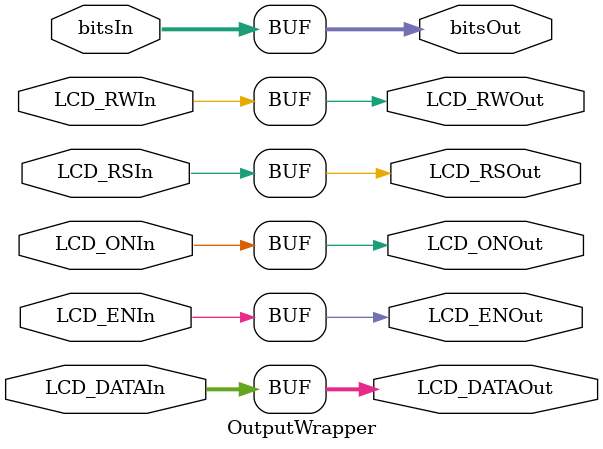
<source format=v>
/*
Name: The Magnesium Team (Olanrewaju Ibironke, Su Hui Tan, Anitha Ramesh Puranik, Meghna Chittajallu)
Date: April 14, 2016
Project: Output Wrapper
*/
module OutputWrapper(LCD_ONIn, LCD_RSIn, LCD_ENIn, LCD_RWIn, LCD_DATAIn, bitsIn, bitsOut, LCD_ONOut, LCD_RSOut, LCD_ENOut, LCD_RWOut, LCD_DATAOut);
input [41:0] bitsIn; 
input LCD_ONIn, LCD_RSIn, LCD_ENIn, LCD_RWIn;
input [7:0] LCD_DATAIn;

output [41:0] bitsOut; 
output LCD_ONOut, LCD_RSOut, LCD_ENOut, LCD_RWOut;
output [7:0] LCD_DATAOut;

assign bitsOut = bitsIn; 
assign LCD_ONOut = LCD_ONIn;
assign LCD_RSOut = LCD_RSIn;
assign LCD_ENOut = LCD_ENIn;
assign LCD_RWOut = LCD_RWIn;
assign LCD_DATAOut = LCD_DATAIn;
endmodule 
</source>
